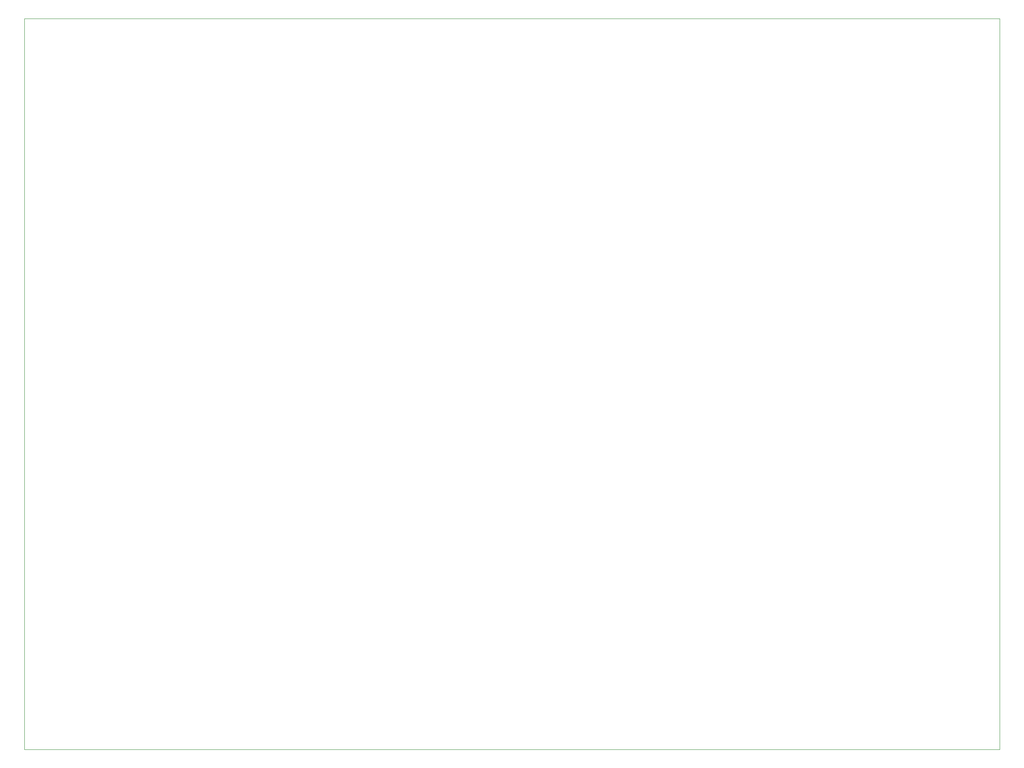
<source format=gbr>
G04 #@! TF.GenerationSoftware,KiCad,Pcbnew,(5.1.0)-1*
G04 #@! TF.CreationDate,2022-07-04T21:30:28+09:00*
G04 #@! TF.ProjectId,2022NHK_Include,32303232-4e48-44b5-9f49-6e636c756465,rev?*
G04 #@! TF.SameCoordinates,Original*
G04 #@! TF.FileFunction,Profile,NP*
%FSLAX46Y46*%
G04 Gerber Fmt 4.6, Leading zero omitted, Abs format (unit mm)*
G04 Created by KiCad (PCBNEW (5.1.0)-1) date 2022-07-04 21:30:28*
%MOMM*%
%LPD*%
G04 APERTURE LIST*
%ADD10C,0.050000*%
G04 APERTURE END LIST*
D10*
X18288000Y-13589000D02*
X218288000Y-13589000D01*
X218288000Y-163589000D02*
X18288000Y-163589000D01*
X218288000Y-163589000D02*
X218288000Y-13589000D01*
X18288000Y-13589000D02*
X18288000Y-163589000D01*
M02*

</source>
